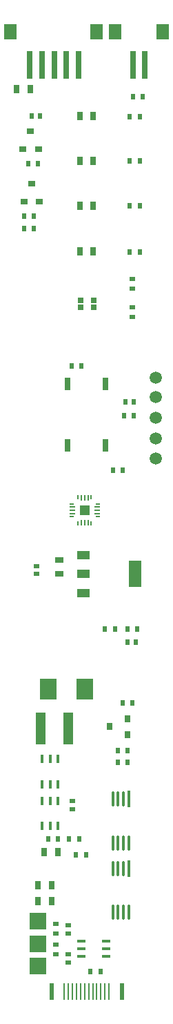
<source format=gtp>
%FSLAX25Y25*%
%MOIN*%
G70*
G01*
G75*
G04 Layer_Color=8421504*
%ADD10R,0.07874X0.10000*%
%ADD11R,0.02756X0.06102*%
%ADD12R,0.02756X0.13386*%
%ADD13R,0.06299X0.07480*%
%ADD14R,0.03150X0.03937*%
%ADD15R,0.03150X0.03543*%
%ADD16R,0.03150X0.03543*%
%ADD17C,0.05906*%
%ADD18R,0.05118X0.15748*%
%ADD19R,0.03150X0.02559*%
%ADD20R,0.02362X0.00787*%
%ADD21R,0.03150X0.00787*%
%ADD22R,0.00787X0.02362*%
%ADD23R,0.00787X0.03150*%
%ADD24R,0.05118X0.05118*%
%ADD25R,0.05906X0.03937*%
%ADD26R,0.05906X0.12992*%
%ADD27R,0.01063X0.07874*%
%ADD28R,0.02362X0.07874*%
%ADD29R,0.02165X0.02559*%
%ADD30R,0.01575X0.03937*%
%ADD31R,0.02362X0.02756*%
%ADD32R,0.03937X0.01575*%
%ADD33R,0.01181X0.07874*%
%ADD34O,0.01181X0.07874*%
%ADD35R,0.02559X0.02165*%
%ADD36R,0.03543X0.03150*%
%ADD37R,0.03543X0.03150*%
%ADD38R,0.02756X0.02362*%
%ADD39R,0.03937X0.03150*%
%ADD40R,0.07874X0.07874*%
%ADD41C,0.00787*%
%ADD42C,0.01000*%
%ADD43C,0.02362*%
%ADD44C,0.01181*%
%ADD45C,0.01575*%
%ADD46C,0.03150*%
%ADD47C,0.01969*%
%ADD48C,0.00591*%
%ADD49C,0.00197*%
%ADD50C,0.00600*%
%ADD51C,0.00500*%
%ADD52C,0.00394*%
%ADD53C,0.01200*%
%ADD54C,0.00709*%
D10*
X22943Y-325270D02*
D03*
X40660D02*
D03*
D11*
X32283Y-207677D02*
D03*
Y-177953D02*
D03*
X50394Y-207677D02*
D03*
Y-177953D02*
D03*
D12*
X37600Y-24027D02*
D03*
X31695D02*
D03*
X25789D02*
D03*
X19884D02*
D03*
X13978D02*
D03*
X63736Y-24098D02*
D03*
X69642D02*
D03*
D13*
X4687Y-8049D02*
D03*
X46183D02*
D03*
X55272Y-8120D02*
D03*
X78067D02*
D03*
D14*
X14356Y-35630D02*
D03*
X7664D02*
D03*
X17784Y-420130D02*
D03*
X24476D02*
D03*
X44436Y-48833D02*
D03*
X38137D02*
D03*
X44426Y-70423D02*
D03*
X38127D02*
D03*
X44436Y-92073D02*
D03*
X38137D02*
D03*
X44436Y-113903D02*
D03*
X38137D02*
D03*
X20784Y-403930D02*
D03*
X27477D02*
D03*
X17864Y-427740D02*
D03*
X24556D02*
D03*
D15*
X61191Y-347290D02*
D03*
X52530Y-343550D02*
D03*
D16*
X61191Y-339810D02*
D03*
D17*
X74810Y-194340D02*
D03*
Y-175140D02*
D03*
Y-214052D02*
D03*
Y-184520D02*
D03*
Y-204319D02*
D03*
D18*
X32644Y-344223D02*
D03*
X19259D02*
D03*
D19*
X38560Y-141080D02*
D03*
X44859D02*
D03*
X38560Y-137733D02*
D03*
X44859D02*
D03*
D20*
X46794Y-242203D02*
D03*
Y-235904D02*
D03*
X34195D02*
D03*
Y-242203D02*
D03*
D21*
X46400Y-240628D02*
D03*
Y-239053D02*
D03*
Y-237478D02*
D03*
X34589D02*
D03*
Y-239053D02*
D03*
Y-240628D02*
D03*
D22*
X43644Y-232754D02*
D03*
X37345D02*
D03*
Y-245352D02*
D03*
X43644D02*
D03*
D23*
X42069Y-233148D02*
D03*
X40494D02*
D03*
X38920D02*
D03*
Y-244959D02*
D03*
X40494D02*
D03*
X42069D02*
D03*
D24*
X40494Y-239053D02*
D03*
D25*
X39918Y-260795D02*
D03*
Y-269850D02*
D03*
Y-278905D02*
D03*
D26*
X64722Y-269850D02*
D03*
D27*
X42414Y-471340D02*
D03*
X30603D02*
D03*
X32572D02*
D03*
X34540D02*
D03*
X36509D02*
D03*
X38477D02*
D03*
X40446D02*
D03*
X44383D02*
D03*
X46351D02*
D03*
X48320D02*
D03*
X50288D02*
D03*
X52257D02*
D03*
D28*
X24422D02*
D03*
X58438D02*
D03*
D29*
X15010Y-48560D02*
D03*
X18947D02*
D03*
X61260Y-302680D02*
D03*
X65197D02*
D03*
X64220Y-186580D02*
D03*
X60283D02*
D03*
D30*
X20040Y-379338D02*
D03*
X27520D02*
D03*
X23780D02*
D03*
Y-391542D02*
D03*
X27520D02*
D03*
X20040D02*
D03*
X27520Y-371362D02*
D03*
X20040D02*
D03*
X23780D02*
D03*
Y-359158D02*
D03*
X20040D02*
D03*
X27520D02*
D03*
D31*
X11170Y-97050D02*
D03*
X15894D02*
D03*
X18042Y-71650D02*
D03*
X13318D02*
D03*
X11170Y-103000D02*
D03*
X15894D02*
D03*
X63682Y-332130D02*
D03*
X58958D02*
D03*
X36328Y-405500D02*
D03*
X41052D02*
D03*
X37732Y-397730D02*
D03*
X33008D02*
D03*
X61102Y-355020D02*
D03*
X56378D02*
D03*
X27492Y-397720D02*
D03*
X22768D02*
D03*
X61192Y-360710D02*
D03*
X56468D02*
D03*
X43338Y-461730D02*
D03*
X48062D02*
D03*
X67072Y-114340D02*
D03*
X62348D02*
D03*
X67072Y-92070D02*
D03*
X62348D02*
D03*
X67072Y-70460D02*
D03*
X62348D02*
D03*
X67072Y-48890D02*
D03*
X62348D02*
D03*
X34258Y-169340D02*
D03*
X38982D02*
D03*
X59022Y-219680D02*
D03*
X54298D02*
D03*
X68492Y-39450D02*
D03*
X63768D02*
D03*
X55082Y-296460D02*
D03*
X50358D02*
D03*
X65992D02*
D03*
X61268D02*
D03*
X59595Y-193380D02*
D03*
X64320D02*
D03*
D32*
X38718Y-454520D02*
D03*
Y-447040D02*
D03*
Y-450780D02*
D03*
X50922D02*
D03*
Y-447040D02*
D03*
Y-454520D02*
D03*
D33*
X61813Y-411956D02*
D03*
Y-378416D02*
D03*
D34*
X59254Y-411956D02*
D03*
X56695D02*
D03*
X54136D02*
D03*
X61813Y-433216D02*
D03*
X59254D02*
D03*
X56695D02*
D03*
X54136D02*
D03*
X59254Y-378416D02*
D03*
X56695D02*
D03*
X54136D02*
D03*
X61813Y-399676D02*
D03*
X59254D02*
D03*
X56695D02*
D03*
X54136D02*
D03*
D35*
X32450Y-453520D02*
D03*
Y-457457D02*
D03*
X32650Y-443470D02*
D03*
Y-439533D02*
D03*
X17330Y-269840D02*
D03*
Y-265903D02*
D03*
X34440Y-383280D02*
D03*
Y-379343D02*
D03*
D36*
X11170Y-89911D02*
D03*
X14910Y-81250D02*
D03*
X10570Y-64811D02*
D03*
X14310Y-56150D02*
D03*
D37*
X18650Y-89911D02*
D03*
X18050Y-64811D02*
D03*
D38*
X26600Y-438780D02*
D03*
Y-443504D02*
D03*
Y-448778D02*
D03*
Y-453502D02*
D03*
X63550Y-132212D02*
D03*
Y-127488D02*
D03*
Y-141068D02*
D03*
Y-145792D02*
D03*
D39*
X28150Y-269847D02*
D03*
Y-263154D02*
D03*
D40*
X17890Y-437460D02*
D03*
Y-448247D02*
D03*
Y-459035D02*
D03*
M02*

</source>
